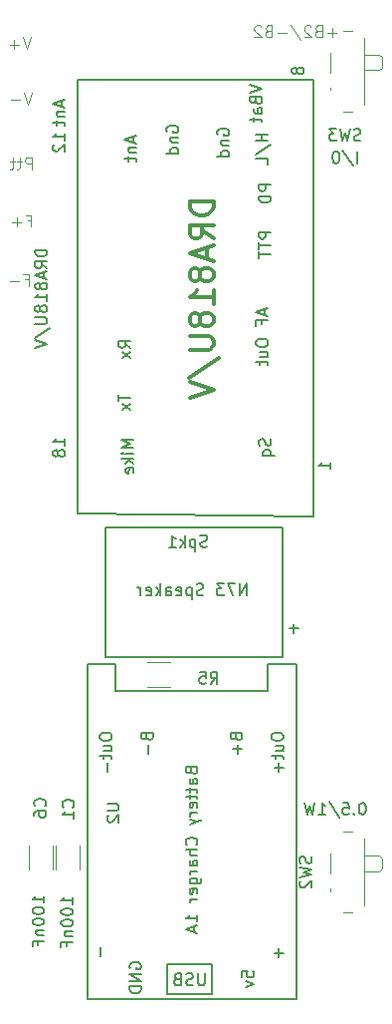
<source format=gbo>
G04 #@! TF.FileFunction,Legend,Bot*
%FSLAX46Y46*%
G04 Gerber Fmt 4.6, Leading zero omitted, Abs format (unit mm)*
G04 Created by KiCad (PCBNEW 4.0.4-stable) date 08/15/17 20:15:11*
%MOMM*%
%LPD*%
G01*
G04 APERTURE LIST*
%ADD10C,0.100000*%
%ADD11C,0.150000*%
%ADD12C,0.120000*%
%ADD13C,0.300000*%
G04 APERTURE END LIST*
D10*
X117876190Y-89428571D02*
X118209524Y-89428571D01*
X118209524Y-89952381D02*
X118209524Y-88952381D01*
X117733333Y-88952381D01*
X117352381Y-89571429D02*
X116590476Y-89571429D01*
X118076190Y-84428571D02*
X118409524Y-84428571D01*
X118409524Y-84952381D02*
X118409524Y-83952381D01*
X117933333Y-83952381D01*
X117552381Y-84571429D02*
X116790476Y-84571429D01*
X117171428Y-84952381D02*
X117171428Y-84190476D01*
X118433334Y-80052381D02*
X118433334Y-79052381D01*
X118052381Y-79052381D01*
X117957143Y-79100000D01*
X117909524Y-79147619D01*
X117861905Y-79242857D01*
X117861905Y-79385714D01*
X117909524Y-79480952D01*
X117957143Y-79528571D01*
X118052381Y-79576190D01*
X118433334Y-79576190D01*
X117576191Y-79385714D02*
X117195239Y-79385714D01*
X117433334Y-79052381D02*
X117433334Y-79909524D01*
X117385715Y-80004762D01*
X117290477Y-80052381D01*
X117195239Y-80052381D01*
X117004762Y-79385714D02*
X116623810Y-79385714D01*
X116861905Y-79052381D02*
X116861905Y-79909524D01*
X116814286Y-80004762D01*
X116719048Y-80052381D01*
X116623810Y-80052381D01*
X118452381Y-73552381D02*
X118119048Y-74552381D01*
X117785714Y-73552381D01*
X117452381Y-74171429D02*
X116690476Y-74171429D01*
X118352381Y-68852381D02*
X118019048Y-69852381D01*
X117685714Y-68852381D01*
X117352381Y-69471429D02*
X116590476Y-69471429D01*
X116971428Y-69852381D02*
X116971428Y-69090476D01*
D11*
X146633333Y-133852381D02*
X146538094Y-133852381D01*
X146442856Y-133900000D01*
X146395237Y-133947619D01*
X146347618Y-134042857D01*
X146299999Y-134233333D01*
X146299999Y-134471429D01*
X146347618Y-134661905D01*
X146395237Y-134757143D01*
X146442856Y-134804762D01*
X146538094Y-134852381D01*
X146633333Y-134852381D01*
X146728571Y-134804762D01*
X146776190Y-134757143D01*
X146823809Y-134661905D01*
X146871428Y-134471429D01*
X146871428Y-134233333D01*
X146823809Y-134042857D01*
X146776190Y-133947619D01*
X146728571Y-133900000D01*
X146633333Y-133852381D01*
X145871428Y-134757143D02*
X145823809Y-134804762D01*
X145871428Y-134852381D01*
X145919047Y-134804762D01*
X145871428Y-134757143D01*
X145871428Y-134852381D01*
X144919047Y-133852381D02*
X145395238Y-133852381D01*
X145442857Y-134328571D01*
X145395238Y-134280952D01*
X145300000Y-134233333D01*
X145061904Y-134233333D01*
X144966666Y-134280952D01*
X144919047Y-134328571D01*
X144871428Y-134423810D01*
X144871428Y-134661905D01*
X144919047Y-134757143D01*
X144966666Y-134804762D01*
X145061904Y-134852381D01*
X145300000Y-134852381D01*
X145395238Y-134804762D01*
X145442857Y-134757143D01*
X143728571Y-133804762D02*
X144585714Y-135090476D01*
X142871428Y-134852381D02*
X143442857Y-134852381D01*
X143157143Y-134852381D02*
X143157143Y-133852381D01*
X143252381Y-133995238D01*
X143347619Y-134090476D01*
X143442857Y-134138095D01*
X142538095Y-133852381D02*
X142300000Y-134852381D01*
X142109523Y-134138095D01*
X141919047Y-134852381D01*
X141680952Y-133852381D01*
X146100000Y-79552381D02*
X146100000Y-78552381D01*
X144909524Y-78504762D02*
X145766667Y-79790476D01*
X144385715Y-78552381D02*
X144290476Y-78552381D01*
X144195238Y-78600000D01*
X144147619Y-78647619D01*
X144100000Y-78742857D01*
X144052381Y-78933333D01*
X144052381Y-79171429D01*
X144100000Y-79361905D01*
X144147619Y-79457143D01*
X144195238Y-79504762D01*
X144290476Y-79552381D01*
X144385715Y-79552381D01*
X144480953Y-79504762D01*
X144528572Y-79457143D01*
X144576191Y-79361905D01*
X144623810Y-79171429D01*
X144623810Y-78933333D01*
X144576191Y-78742857D01*
X144528572Y-78647619D01*
X144480953Y-78600000D01*
X144385715Y-78552381D01*
D10*
X144376190Y-68471429D02*
X143614285Y-68471429D01*
X143995237Y-68852381D02*
X143995237Y-68090476D01*
X142804761Y-68328571D02*
X142661904Y-68376190D01*
X142614285Y-68423810D01*
X142566666Y-68519048D01*
X142566666Y-68661905D01*
X142614285Y-68757143D01*
X142661904Y-68804762D01*
X142757142Y-68852381D01*
X143138095Y-68852381D01*
X143138095Y-67852381D01*
X142804761Y-67852381D01*
X142709523Y-67900000D01*
X142661904Y-67947619D01*
X142614285Y-68042857D01*
X142614285Y-68138095D01*
X142661904Y-68233333D01*
X142709523Y-68280952D01*
X142804761Y-68328571D01*
X143138095Y-68328571D01*
X142185714Y-67947619D02*
X142138095Y-67900000D01*
X142042857Y-67852381D01*
X141804761Y-67852381D01*
X141709523Y-67900000D01*
X141661904Y-67947619D01*
X141614285Y-68042857D01*
X141614285Y-68138095D01*
X141661904Y-68280952D01*
X142233333Y-68852381D01*
X141614285Y-68852381D01*
X140471428Y-67804762D02*
X141328571Y-69090476D01*
X140138095Y-68471429D02*
X139376190Y-68471429D01*
X138566666Y-68328571D02*
X138423809Y-68376190D01*
X138376190Y-68423810D01*
X138328571Y-68519048D01*
X138328571Y-68661905D01*
X138376190Y-68757143D01*
X138423809Y-68804762D01*
X138519047Y-68852381D01*
X138900000Y-68852381D01*
X138900000Y-67852381D01*
X138566666Y-67852381D01*
X138471428Y-67900000D01*
X138423809Y-67947619D01*
X138376190Y-68042857D01*
X138376190Y-68138095D01*
X138423809Y-68233333D01*
X138471428Y-68280952D01*
X138566666Y-68328571D01*
X138900000Y-68328571D01*
X137947619Y-67947619D02*
X137900000Y-67900000D01*
X137804762Y-67852381D01*
X137566666Y-67852381D01*
X137471428Y-67900000D01*
X137423809Y-67947619D01*
X137376190Y-68042857D01*
X137376190Y-68138095D01*
X137423809Y-68280952D01*
X137995238Y-68852381D01*
X137376190Y-68852381D01*
D12*
X122520000Y-137500000D02*
X122520000Y-139500000D01*
X120480000Y-139500000D02*
X120480000Y-137500000D01*
X120270000Y-137500000D02*
X120270000Y-139500000D01*
X118230000Y-139500000D02*
X118230000Y-137500000D01*
D11*
X142406000Y-109542000D02*
X142406000Y-72458000D01*
X142406000Y-72458000D02*
X122340000Y-72458000D01*
X122340000Y-72458000D02*
X122340000Y-109288000D01*
X122340000Y-109288000D02*
X142406000Y-109542000D01*
D12*
X130250000Y-121930000D02*
X128250000Y-121930000D01*
X128250000Y-124070000D02*
X130250000Y-124070000D01*
D11*
X124750000Y-110500000D02*
X139750000Y-110500000D01*
X139750000Y-110500000D02*
X139750000Y-121500000D01*
X139750000Y-121500000D02*
X124750000Y-121500000D01*
X124750000Y-121500000D02*
X124750000Y-110500000D01*
D12*
X143880000Y-141150000D02*
X143880000Y-141350000D01*
X148020000Y-138350000D02*
X148230000Y-138550000D01*
X148020000Y-139650000D02*
X148230000Y-139450000D01*
X146730000Y-138350000D02*
X148020000Y-138350000D01*
X148230000Y-138550000D02*
X148230000Y-139450000D01*
X148020000Y-139650000D02*
X146730000Y-139650000D01*
X146730000Y-136900000D02*
X146730000Y-142600000D01*
X143880000Y-138150000D02*
X143880000Y-139850000D01*
X144930000Y-136300000D02*
X145720000Y-136300000D01*
X145720000Y-143200000D02*
X144930000Y-143200000D01*
X143880000Y-73150000D02*
X143880000Y-73350000D01*
X148020000Y-70350000D02*
X148230000Y-70550000D01*
X148020000Y-71650000D02*
X148230000Y-71450000D01*
X146730000Y-70350000D02*
X148020000Y-70350000D01*
X148230000Y-70550000D02*
X148230000Y-71450000D01*
X148020000Y-71650000D02*
X146730000Y-71650000D01*
X146730000Y-68900000D02*
X146730000Y-74600000D01*
X143880000Y-70150000D02*
X143880000Y-71850000D01*
X144930000Y-68300000D02*
X145720000Y-68300000D01*
X145720000Y-75200000D02*
X144930000Y-75200000D01*
D11*
X138500000Y-124400000D02*
X125600000Y-124400000D01*
X125600000Y-124400000D02*
X125600000Y-124100000D01*
X125600000Y-124200000D02*
X125600000Y-122100000D01*
X125600000Y-122100000D02*
X125300000Y-122100000D01*
X141000000Y-124200000D02*
X141000000Y-122100000D01*
X141000000Y-122100000D02*
X138500000Y-122100000D01*
X138500000Y-122100000D02*
X138500000Y-124400000D01*
X125300000Y-122100000D02*
X123200000Y-122100000D01*
X123200000Y-122100000D02*
X123200000Y-150500000D01*
X123200000Y-150500000D02*
X141000000Y-150500000D01*
X133800000Y-150100000D02*
X133800000Y-147600000D01*
X133800000Y-147600000D02*
X130000000Y-147600000D01*
X130000000Y-147600000D02*
X130000000Y-150100000D01*
X130000000Y-150100000D02*
X133700000Y-150100000D01*
X141000000Y-150500000D02*
X141000000Y-124200000D01*
X121957143Y-134233334D02*
X122004762Y-134185715D01*
X122052381Y-134042858D01*
X122052381Y-133947620D01*
X122004762Y-133804762D01*
X121909524Y-133709524D01*
X121814286Y-133661905D01*
X121623810Y-133614286D01*
X121480952Y-133614286D01*
X121290476Y-133661905D01*
X121195238Y-133709524D01*
X121100000Y-133804762D01*
X121052381Y-133947620D01*
X121052381Y-134042858D01*
X121100000Y-134185715D01*
X121147619Y-134233334D01*
X122052381Y-135185715D02*
X122052381Y-134614286D01*
X122052381Y-134900000D02*
X121052381Y-134900000D01*
X121195238Y-134804762D01*
X121290476Y-134709524D01*
X121338095Y-134614286D01*
X121952381Y-142452381D02*
X121952381Y-141880952D01*
X121952381Y-142166666D02*
X120952381Y-142166666D01*
X121095238Y-142071428D01*
X121190476Y-141976190D01*
X121238095Y-141880952D01*
X120952381Y-143071428D02*
X120952381Y-143166667D01*
X121000000Y-143261905D01*
X121047619Y-143309524D01*
X121142857Y-143357143D01*
X121333333Y-143404762D01*
X121571429Y-143404762D01*
X121761905Y-143357143D01*
X121857143Y-143309524D01*
X121904762Y-143261905D01*
X121952381Y-143166667D01*
X121952381Y-143071428D01*
X121904762Y-142976190D01*
X121857143Y-142928571D01*
X121761905Y-142880952D01*
X121571429Y-142833333D01*
X121333333Y-142833333D01*
X121142857Y-142880952D01*
X121047619Y-142928571D01*
X121000000Y-142976190D01*
X120952381Y-143071428D01*
X120952381Y-144023809D02*
X120952381Y-144119048D01*
X121000000Y-144214286D01*
X121047619Y-144261905D01*
X121142857Y-144309524D01*
X121333333Y-144357143D01*
X121571429Y-144357143D01*
X121761905Y-144309524D01*
X121857143Y-144261905D01*
X121904762Y-144214286D01*
X121952381Y-144119048D01*
X121952381Y-144023809D01*
X121904762Y-143928571D01*
X121857143Y-143880952D01*
X121761905Y-143833333D01*
X121571429Y-143785714D01*
X121333333Y-143785714D01*
X121142857Y-143833333D01*
X121047619Y-143880952D01*
X121000000Y-143928571D01*
X120952381Y-144023809D01*
X121285714Y-144785714D02*
X121952381Y-144785714D01*
X121380952Y-144785714D02*
X121333333Y-144833333D01*
X121285714Y-144928571D01*
X121285714Y-145071429D01*
X121333333Y-145166667D01*
X121428571Y-145214286D01*
X121952381Y-145214286D01*
X121428571Y-146023810D02*
X121428571Y-145690476D01*
X121952381Y-145690476D02*
X120952381Y-145690476D01*
X120952381Y-146166667D01*
X119557143Y-134133334D02*
X119604762Y-134085715D01*
X119652381Y-133942858D01*
X119652381Y-133847620D01*
X119604762Y-133704762D01*
X119509524Y-133609524D01*
X119414286Y-133561905D01*
X119223810Y-133514286D01*
X119080952Y-133514286D01*
X118890476Y-133561905D01*
X118795238Y-133609524D01*
X118700000Y-133704762D01*
X118652381Y-133847620D01*
X118652381Y-133942858D01*
X118700000Y-134085715D01*
X118747619Y-134133334D01*
X118652381Y-134990477D02*
X118652381Y-134800000D01*
X118700000Y-134704762D01*
X118747619Y-134657143D01*
X118890476Y-134561905D01*
X119080952Y-134514286D01*
X119461905Y-134514286D01*
X119557143Y-134561905D01*
X119604762Y-134609524D01*
X119652381Y-134704762D01*
X119652381Y-134895239D01*
X119604762Y-134990477D01*
X119557143Y-135038096D01*
X119461905Y-135085715D01*
X119223810Y-135085715D01*
X119128571Y-135038096D01*
X119080952Y-134990477D01*
X119033333Y-134895239D01*
X119033333Y-134704762D01*
X119080952Y-134609524D01*
X119128571Y-134561905D01*
X119223810Y-134514286D01*
X119502381Y-142352381D02*
X119502381Y-141780952D01*
X119502381Y-142066666D02*
X118502381Y-142066666D01*
X118645238Y-141971428D01*
X118740476Y-141876190D01*
X118788095Y-141780952D01*
X118502381Y-142971428D02*
X118502381Y-143066667D01*
X118550000Y-143161905D01*
X118597619Y-143209524D01*
X118692857Y-143257143D01*
X118883333Y-143304762D01*
X119121429Y-143304762D01*
X119311905Y-143257143D01*
X119407143Y-143209524D01*
X119454762Y-143161905D01*
X119502381Y-143066667D01*
X119502381Y-142971428D01*
X119454762Y-142876190D01*
X119407143Y-142828571D01*
X119311905Y-142780952D01*
X119121429Y-142733333D01*
X118883333Y-142733333D01*
X118692857Y-142780952D01*
X118597619Y-142828571D01*
X118550000Y-142876190D01*
X118502381Y-142971428D01*
X118502381Y-143923809D02*
X118502381Y-144019048D01*
X118550000Y-144114286D01*
X118597619Y-144161905D01*
X118692857Y-144209524D01*
X118883333Y-144257143D01*
X119121429Y-144257143D01*
X119311905Y-144209524D01*
X119407143Y-144161905D01*
X119454762Y-144114286D01*
X119502381Y-144019048D01*
X119502381Y-143923809D01*
X119454762Y-143828571D01*
X119407143Y-143780952D01*
X119311905Y-143733333D01*
X119121429Y-143685714D01*
X118883333Y-143685714D01*
X118692857Y-143733333D01*
X118597619Y-143780952D01*
X118550000Y-143828571D01*
X118502381Y-143923809D01*
X118835714Y-144685714D02*
X119502381Y-144685714D01*
X118930952Y-144685714D02*
X118883333Y-144733333D01*
X118835714Y-144828571D01*
X118835714Y-144971429D01*
X118883333Y-145066667D01*
X118978571Y-145114286D01*
X119502381Y-145114286D01*
X118978571Y-145923810D02*
X118978571Y-145590476D01*
X119502381Y-145590476D02*
X118502381Y-145590476D01*
X118502381Y-146066667D01*
X120982667Y-74275809D02*
X120982667Y-74752000D01*
X121268381Y-74180571D02*
X120268381Y-74513904D01*
X121268381Y-74847238D01*
X120601714Y-75180571D02*
X121268381Y-75180571D01*
X120696952Y-75180571D02*
X120649333Y-75228190D01*
X120601714Y-75323428D01*
X120601714Y-75466286D01*
X120649333Y-75561524D01*
X120744571Y-75609143D01*
X121268381Y-75609143D01*
X120601714Y-75942476D02*
X120601714Y-76323428D01*
X120268381Y-76085333D02*
X121125524Y-76085333D01*
X121220762Y-76132952D01*
X121268381Y-76228190D01*
X121268381Y-76323428D01*
X119744381Y-86904762D02*
X118744381Y-86904762D01*
X118744381Y-87142857D01*
X118792000Y-87285715D01*
X118887238Y-87380953D01*
X118982476Y-87428572D01*
X119172952Y-87476191D01*
X119315810Y-87476191D01*
X119506286Y-87428572D01*
X119601524Y-87380953D01*
X119696762Y-87285715D01*
X119744381Y-87142857D01*
X119744381Y-86904762D01*
X119744381Y-88476191D02*
X119268190Y-88142857D01*
X119744381Y-87904762D02*
X118744381Y-87904762D01*
X118744381Y-88285715D01*
X118792000Y-88380953D01*
X118839619Y-88428572D01*
X118934857Y-88476191D01*
X119077714Y-88476191D01*
X119172952Y-88428572D01*
X119220571Y-88380953D01*
X119268190Y-88285715D01*
X119268190Y-87904762D01*
X119458667Y-88857143D02*
X119458667Y-89333334D01*
X119744381Y-88761905D02*
X118744381Y-89095238D01*
X119744381Y-89428572D01*
X119172952Y-89904762D02*
X119125333Y-89809524D01*
X119077714Y-89761905D01*
X118982476Y-89714286D01*
X118934857Y-89714286D01*
X118839619Y-89761905D01*
X118792000Y-89809524D01*
X118744381Y-89904762D01*
X118744381Y-90095239D01*
X118792000Y-90190477D01*
X118839619Y-90238096D01*
X118934857Y-90285715D01*
X118982476Y-90285715D01*
X119077714Y-90238096D01*
X119125333Y-90190477D01*
X119172952Y-90095239D01*
X119172952Y-89904762D01*
X119220571Y-89809524D01*
X119268190Y-89761905D01*
X119363429Y-89714286D01*
X119553905Y-89714286D01*
X119649143Y-89761905D01*
X119696762Y-89809524D01*
X119744381Y-89904762D01*
X119744381Y-90095239D01*
X119696762Y-90190477D01*
X119649143Y-90238096D01*
X119553905Y-90285715D01*
X119363429Y-90285715D01*
X119268190Y-90238096D01*
X119220571Y-90190477D01*
X119172952Y-90095239D01*
X119744381Y-91238096D02*
X119744381Y-90666667D01*
X119744381Y-90952381D02*
X118744381Y-90952381D01*
X118887238Y-90857143D01*
X118982476Y-90761905D01*
X119030095Y-90666667D01*
X119172952Y-91809524D02*
X119125333Y-91714286D01*
X119077714Y-91666667D01*
X118982476Y-91619048D01*
X118934857Y-91619048D01*
X118839619Y-91666667D01*
X118792000Y-91714286D01*
X118744381Y-91809524D01*
X118744381Y-92000001D01*
X118792000Y-92095239D01*
X118839619Y-92142858D01*
X118934857Y-92190477D01*
X118982476Y-92190477D01*
X119077714Y-92142858D01*
X119125333Y-92095239D01*
X119172952Y-92000001D01*
X119172952Y-91809524D01*
X119220571Y-91714286D01*
X119268190Y-91666667D01*
X119363429Y-91619048D01*
X119553905Y-91619048D01*
X119649143Y-91666667D01*
X119696762Y-91714286D01*
X119744381Y-91809524D01*
X119744381Y-92000001D01*
X119696762Y-92095239D01*
X119649143Y-92142858D01*
X119553905Y-92190477D01*
X119363429Y-92190477D01*
X119268190Y-92142858D01*
X119220571Y-92095239D01*
X119172952Y-92000001D01*
X118744381Y-92619048D02*
X119553905Y-92619048D01*
X119649143Y-92666667D01*
X119696762Y-92714286D01*
X119744381Y-92809524D01*
X119744381Y-93000001D01*
X119696762Y-93095239D01*
X119649143Y-93142858D01*
X119553905Y-93190477D01*
X118744381Y-93190477D01*
X118696762Y-94380953D02*
X119982476Y-93523810D01*
X118744381Y-94571429D02*
X119744381Y-94904762D01*
X118744381Y-95238096D01*
X138746762Y-102961905D02*
X138794381Y-103104762D01*
X138794381Y-103342858D01*
X138746762Y-103438096D01*
X138699143Y-103485715D01*
X138603905Y-103533334D01*
X138508667Y-103533334D01*
X138413429Y-103485715D01*
X138365810Y-103438096D01*
X138318190Y-103342858D01*
X138270571Y-103152381D01*
X138222952Y-103057143D01*
X138175333Y-103009524D01*
X138080095Y-102961905D01*
X137984857Y-102961905D01*
X137889619Y-103009524D01*
X137842000Y-103057143D01*
X137794381Y-103152381D01*
X137794381Y-103390477D01*
X137842000Y-103533334D01*
X138127714Y-104390477D02*
X139127714Y-104390477D01*
X138746762Y-104390477D02*
X138794381Y-104295239D01*
X138794381Y-104104762D01*
X138746762Y-104009524D01*
X138699143Y-103961905D01*
X138603905Y-103914286D01*
X138318190Y-103914286D01*
X138222952Y-103961905D01*
X138175333Y-104009524D01*
X138127714Y-104104762D01*
X138127714Y-104295239D01*
X138175333Y-104390477D01*
X138254667Y-91992476D02*
X138254667Y-92468667D01*
X138540381Y-91897238D02*
X137540381Y-92230571D01*
X138540381Y-92563905D01*
X138016571Y-93230572D02*
X138016571Y-92897238D01*
X138540381Y-92897238D02*
X137540381Y-92897238D01*
X137540381Y-93373429D01*
X137540381Y-94706762D02*
X137540381Y-94897239D01*
X137588000Y-94992477D01*
X137683238Y-95087715D01*
X137873714Y-95135334D01*
X138207048Y-95135334D01*
X138397524Y-95087715D01*
X138492762Y-94992477D01*
X138540381Y-94897239D01*
X138540381Y-94706762D01*
X138492762Y-94611524D01*
X138397524Y-94516286D01*
X138207048Y-94468667D01*
X137873714Y-94468667D01*
X137683238Y-94516286D01*
X137588000Y-94611524D01*
X137540381Y-94706762D01*
X137873714Y-95992477D02*
X138540381Y-95992477D01*
X137873714Y-95563905D02*
X138397524Y-95563905D01*
X138492762Y-95611524D01*
X138540381Y-95706762D01*
X138540381Y-95849620D01*
X138492762Y-95944858D01*
X138445143Y-95992477D01*
X137873714Y-96325810D02*
X137873714Y-96706762D01*
X137540381Y-96468667D02*
X138397524Y-96468667D01*
X138492762Y-96516286D01*
X138540381Y-96611524D01*
X138540381Y-96706762D01*
X138794381Y-85404190D02*
X137794381Y-85404190D01*
X137794381Y-85785143D01*
X137842000Y-85880381D01*
X137889619Y-85928000D01*
X137984857Y-85975619D01*
X138127714Y-85975619D01*
X138222952Y-85928000D01*
X138270571Y-85880381D01*
X138318190Y-85785143D01*
X138318190Y-85404190D01*
X137794381Y-86261333D02*
X137794381Y-86832762D01*
X138794381Y-86547047D02*
X137794381Y-86547047D01*
X137794381Y-87023238D02*
X137794381Y-87594667D01*
X138794381Y-87308952D02*
X137794381Y-87308952D01*
X138794381Y-81348095D02*
X137794381Y-81348095D01*
X137794381Y-81729048D01*
X137842000Y-81824286D01*
X137889619Y-81871905D01*
X137984857Y-81919524D01*
X138127714Y-81919524D01*
X138222952Y-81871905D01*
X138270571Y-81824286D01*
X138318190Y-81729048D01*
X138318190Y-81348095D01*
X138794381Y-82348095D02*
X137794381Y-82348095D01*
X137794381Y-82586190D01*
X137842000Y-82729048D01*
X137937238Y-82824286D01*
X138032476Y-82871905D01*
X138222952Y-82919524D01*
X138365810Y-82919524D01*
X138556286Y-82871905D01*
X138651524Y-82824286D01*
X138746762Y-82729048D01*
X138794381Y-82586190D01*
X138794381Y-82348095D01*
X138540381Y-77085714D02*
X137540381Y-77085714D01*
X138016571Y-77085714D02*
X138016571Y-77657143D01*
X138540381Y-77657143D02*
X137540381Y-77657143D01*
X137492762Y-78847619D02*
X138778476Y-77990476D01*
X138540381Y-79657143D02*
X138540381Y-79180952D01*
X137540381Y-79180952D01*
X137032381Y-72918571D02*
X138032381Y-73251904D01*
X137032381Y-73585238D01*
X137508571Y-74251905D02*
X137556190Y-74394762D01*
X137603810Y-74442381D01*
X137699048Y-74490000D01*
X137841905Y-74490000D01*
X137937143Y-74442381D01*
X137984762Y-74394762D01*
X138032381Y-74299524D01*
X138032381Y-73918571D01*
X137032381Y-73918571D01*
X137032381Y-74251905D01*
X137080000Y-74347143D01*
X137127619Y-74394762D01*
X137222857Y-74442381D01*
X137318095Y-74442381D01*
X137413333Y-74394762D01*
X137460952Y-74347143D01*
X137508571Y-74251905D01*
X137508571Y-73918571D01*
X138032381Y-75347143D02*
X137508571Y-75347143D01*
X137413333Y-75299524D01*
X137365714Y-75204286D01*
X137365714Y-75013809D01*
X137413333Y-74918571D01*
X137984762Y-75347143D02*
X138032381Y-75251905D01*
X138032381Y-75013809D01*
X137984762Y-74918571D01*
X137889524Y-74870952D01*
X137794286Y-74870952D01*
X137699048Y-74918571D01*
X137651429Y-75013809D01*
X137651429Y-75251905D01*
X137603810Y-75347143D01*
X137365714Y-75680476D02*
X137365714Y-76061428D01*
X137032381Y-75823333D02*
X137889524Y-75823333D01*
X137984762Y-75870952D01*
X138032381Y-75966190D01*
X138032381Y-76061428D01*
X129968000Y-76895143D02*
X129920381Y-76799905D01*
X129920381Y-76657048D01*
X129968000Y-76514190D01*
X130063238Y-76418952D01*
X130158476Y-76371333D01*
X130348952Y-76323714D01*
X130491810Y-76323714D01*
X130682286Y-76371333D01*
X130777524Y-76418952D01*
X130872762Y-76514190D01*
X130920381Y-76657048D01*
X130920381Y-76752286D01*
X130872762Y-76895143D01*
X130825143Y-76942762D01*
X130491810Y-76942762D01*
X130491810Y-76752286D01*
X130253714Y-77371333D02*
X130920381Y-77371333D01*
X130348952Y-77371333D02*
X130301333Y-77418952D01*
X130253714Y-77514190D01*
X130253714Y-77657048D01*
X130301333Y-77752286D01*
X130396571Y-77799905D01*
X130920381Y-77799905D01*
X130920381Y-78704667D02*
X129920381Y-78704667D01*
X130872762Y-78704667D02*
X130920381Y-78609429D01*
X130920381Y-78418952D01*
X130872762Y-78323714D01*
X130825143Y-78276095D01*
X130729905Y-78228476D01*
X130444190Y-78228476D01*
X130348952Y-78276095D01*
X130301333Y-78323714D01*
X130253714Y-78418952D01*
X130253714Y-78609429D01*
X130301333Y-78704667D01*
X134286000Y-77149143D02*
X134238381Y-77053905D01*
X134238381Y-76911048D01*
X134286000Y-76768190D01*
X134381238Y-76672952D01*
X134476476Y-76625333D01*
X134666952Y-76577714D01*
X134809810Y-76577714D01*
X135000286Y-76625333D01*
X135095524Y-76672952D01*
X135190762Y-76768190D01*
X135238381Y-76911048D01*
X135238381Y-77006286D01*
X135190762Y-77149143D01*
X135143143Y-77196762D01*
X134809810Y-77196762D01*
X134809810Y-77006286D01*
X134571714Y-77625333D02*
X135238381Y-77625333D01*
X134666952Y-77625333D02*
X134619333Y-77672952D01*
X134571714Y-77768190D01*
X134571714Y-77911048D01*
X134619333Y-78006286D01*
X134714571Y-78053905D01*
X135238381Y-78053905D01*
X135238381Y-78958667D02*
X134238381Y-78958667D01*
X135190762Y-78958667D02*
X135238381Y-78863429D01*
X135238381Y-78672952D01*
X135190762Y-78577714D01*
X135143143Y-78530095D01*
X135047905Y-78482476D01*
X134762190Y-78482476D01*
X134666952Y-78530095D01*
X134619333Y-78577714D01*
X134571714Y-78672952D01*
X134571714Y-78863429D01*
X134619333Y-78958667D01*
X127078667Y-77323809D02*
X127078667Y-77800000D01*
X127364381Y-77228571D02*
X126364381Y-77561904D01*
X127364381Y-77895238D01*
X126697714Y-78228571D02*
X127364381Y-78228571D01*
X126792952Y-78228571D02*
X126745333Y-78276190D01*
X126697714Y-78371428D01*
X126697714Y-78514286D01*
X126745333Y-78609524D01*
X126840571Y-78657143D01*
X127364381Y-78657143D01*
X126697714Y-78990476D02*
X126697714Y-79371428D01*
X126364381Y-79133333D02*
X127221524Y-79133333D01*
X127316762Y-79180952D01*
X127364381Y-79276190D01*
X127364381Y-79371428D01*
X127110381Y-103057238D02*
X126110381Y-103057238D01*
X126824667Y-103390572D01*
X126110381Y-103723905D01*
X127110381Y-103723905D01*
X127110381Y-104200095D02*
X126443714Y-104200095D01*
X126110381Y-104200095D02*
X126158000Y-104152476D01*
X126205619Y-104200095D01*
X126158000Y-104247714D01*
X126110381Y-104200095D01*
X126205619Y-104200095D01*
X127110381Y-104676285D02*
X126110381Y-104676285D01*
X126729429Y-104771523D02*
X127110381Y-105057238D01*
X126443714Y-105057238D02*
X126824667Y-104676285D01*
X127062762Y-105866762D02*
X127110381Y-105771524D01*
X127110381Y-105581047D01*
X127062762Y-105485809D01*
X126967524Y-105438190D01*
X126586571Y-105438190D01*
X126491333Y-105485809D01*
X126443714Y-105581047D01*
X126443714Y-105771524D01*
X126491333Y-105866762D01*
X126586571Y-105914381D01*
X126681810Y-105914381D01*
X126777048Y-105438190D01*
X125856381Y-99199524D02*
X125856381Y-99770953D01*
X126856381Y-99485238D02*
X125856381Y-99485238D01*
X126856381Y-100009048D02*
X126189714Y-100532858D01*
X126189714Y-100009048D02*
X126856381Y-100532858D01*
X126856381Y-95222762D02*
X126380190Y-94889428D01*
X126856381Y-94651333D02*
X125856381Y-94651333D01*
X125856381Y-95032286D01*
X125904000Y-95127524D01*
X125951619Y-95175143D01*
X126046857Y-95222762D01*
X126189714Y-95222762D01*
X126284952Y-95175143D01*
X126332571Y-95127524D01*
X126380190Y-95032286D01*
X126380190Y-94651333D01*
X126856381Y-95556095D02*
X126189714Y-96079905D01*
X126189714Y-95556095D02*
X126856381Y-96079905D01*
X121268381Y-103509524D02*
X121268381Y-102938095D01*
X121268381Y-103223809D02*
X120268381Y-103223809D01*
X120411238Y-103128571D01*
X120506476Y-103033333D01*
X120554095Y-102938095D01*
X120696952Y-104080952D02*
X120649333Y-103985714D01*
X120601714Y-103938095D01*
X120506476Y-103890476D01*
X120458857Y-103890476D01*
X120363619Y-103938095D01*
X120316000Y-103985714D01*
X120268381Y-104080952D01*
X120268381Y-104271429D01*
X120316000Y-104366667D01*
X120363619Y-104414286D01*
X120458857Y-104461905D01*
X120506476Y-104461905D01*
X120601714Y-104414286D01*
X120649333Y-104366667D01*
X120696952Y-104271429D01*
X120696952Y-104080952D01*
X120744571Y-103985714D01*
X120792190Y-103938095D01*
X120887429Y-103890476D01*
X121077905Y-103890476D01*
X121173143Y-103938095D01*
X121220762Y-103985714D01*
X121268381Y-104080952D01*
X121268381Y-104271429D01*
X121220762Y-104366667D01*
X121173143Y-104414286D01*
X121077905Y-104461905D01*
X120887429Y-104461905D01*
X120792190Y-104414286D01*
X120744571Y-104366667D01*
X120696952Y-104271429D01*
X121268381Y-77601524D02*
X121268381Y-77030095D01*
X121268381Y-77315809D02*
X120268381Y-77315809D01*
X120411238Y-77220571D01*
X120506476Y-77125333D01*
X120554095Y-77030095D01*
X120363619Y-77982476D02*
X120316000Y-78030095D01*
X120268381Y-78125333D01*
X120268381Y-78363429D01*
X120316000Y-78458667D01*
X120363619Y-78506286D01*
X120458857Y-78553905D01*
X120554095Y-78553905D01*
X120696952Y-78506286D01*
X121268381Y-77934857D01*
X121268381Y-78553905D01*
X141016952Y-71600762D02*
X140969333Y-71505524D01*
X140921714Y-71457905D01*
X140826476Y-71410286D01*
X140778857Y-71410286D01*
X140683619Y-71457905D01*
X140636000Y-71505524D01*
X140588381Y-71600762D01*
X140588381Y-71791239D01*
X140636000Y-71886477D01*
X140683619Y-71934096D01*
X140778857Y-71981715D01*
X140826476Y-71981715D01*
X140921714Y-71934096D01*
X140969333Y-71886477D01*
X141016952Y-71791239D01*
X141016952Y-71600762D01*
X141064571Y-71505524D01*
X141112190Y-71457905D01*
X141207429Y-71410286D01*
X141397905Y-71410286D01*
X141493143Y-71457905D01*
X141540762Y-71505524D01*
X141588381Y-71600762D01*
X141588381Y-71791239D01*
X141540762Y-71886477D01*
X141493143Y-71934096D01*
X141397905Y-71981715D01*
X141207429Y-71981715D01*
X141112190Y-71934096D01*
X141064571Y-71886477D01*
X141016952Y-71791239D01*
X143874381Y-105509715D02*
X143874381Y-104938286D01*
X143874381Y-105224000D02*
X142874381Y-105224000D01*
X143017238Y-105128762D01*
X143112476Y-105033524D01*
X143160095Y-104938286D01*
D13*
X133912762Y-82809523D02*
X131912762Y-82809523D01*
X131912762Y-83285714D01*
X132008000Y-83571428D01*
X132198476Y-83761904D01*
X132388952Y-83857143D01*
X132769905Y-83952381D01*
X133055619Y-83952381D01*
X133436571Y-83857143D01*
X133627048Y-83761904D01*
X133817524Y-83571428D01*
X133912762Y-83285714D01*
X133912762Y-82809523D01*
X133912762Y-85952381D02*
X132960381Y-85285714D01*
X133912762Y-84809523D02*
X131912762Y-84809523D01*
X131912762Y-85571428D01*
X132008000Y-85761904D01*
X132103238Y-85857143D01*
X132293714Y-85952381D01*
X132579429Y-85952381D01*
X132769905Y-85857143D01*
X132865143Y-85761904D01*
X132960381Y-85571428D01*
X132960381Y-84809523D01*
X133341333Y-86714285D02*
X133341333Y-87666666D01*
X133912762Y-86523809D02*
X131912762Y-87190476D01*
X133912762Y-87857143D01*
X132769905Y-88809524D02*
X132674667Y-88619048D01*
X132579429Y-88523809D01*
X132388952Y-88428571D01*
X132293714Y-88428571D01*
X132103238Y-88523809D01*
X132008000Y-88619048D01*
X131912762Y-88809524D01*
X131912762Y-89190476D01*
X132008000Y-89380952D01*
X132103238Y-89476190D01*
X132293714Y-89571429D01*
X132388952Y-89571429D01*
X132579429Y-89476190D01*
X132674667Y-89380952D01*
X132769905Y-89190476D01*
X132769905Y-88809524D01*
X132865143Y-88619048D01*
X132960381Y-88523809D01*
X133150857Y-88428571D01*
X133531810Y-88428571D01*
X133722286Y-88523809D01*
X133817524Y-88619048D01*
X133912762Y-88809524D01*
X133912762Y-89190476D01*
X133817524Y-89380952D01*
X133722286Y-89476190D01*
X133531810Y-89571429D01*
X133150857Y-89571429D01*
X132960381Y-89476190D01*
X132865143Y-89380952D01*
X132769905Y-89190476D01*
X133912762Y-91476191D02*
X133912762Y-90333333D01*
X133912762Y-90904762D02*
X131912762Y-90904762D01*
X132198476Y-90714286D01*
X132388952Y-90523810D01*
X132484190Y-90333333D01*
X132769905Y-92619048D02*
X132674667Y-92428572D01*
X132579429Y-92333333D01*
X132388952Y-92238095D01*
X132293714Y-92238095D01*
X132103238Y-92333333D01*
X132008000Y-92428572D01*
X131912762Y-92619048D01*
X131912762Y-93000000D01*
X132008000Y-93190476D01*
X132103238Y-93285714D01*
X132293714Y-93380953D01*
X132388952Y-93380953D01*
X132579429Y-93285714D01*
X132674667Y-93190476D01*
X132769905Y-93000000D01*
X132769905Y-92619048D01*
X132865143Y-92428572D01*
X132960381Y-92333333D01*
X133150857Y-92238095D01*
X133531810Y-92238095D01*
X133722286Y-92333333D01*
X133817524Y-92428572D01*
X133912762Y-92619048D01*
X133912762Y-93000000D01*
X133817524Y-93190476D01*
X133722286Y-93285714D01*
X133531810Y-93380953D01*
X133150857Y-93380953D01*
X132960381Y-93285714D01*
X132865143Y-93190476D01*
X132769905Y-93000000D01*
X131912762Y-94238095D02*
X133531810Y-94238095D01*
X133722286Y-94333334D01*
X133817524Y-94428572D01*
X133912762Y-94619048D01*
X133912762Y-95000000D01*
X133817524Y-95190476D01*
X133722286Y-95285715D01*
X133531810Y-95380953D01*
X131912762Y-95380953D01*
X131817524Y-97761905D02*
X134388952Y-96047619D01*
X131912762Y-98142857D02*
X133912762Y-98809524D01*
X131912762Y-99476191D01*
D11*
X133666666Y-123752381D02*
X134000000Y-123276190D01*
X134238095Y-123752381D02*
X134238095Y-122752381D01*
X133857142Y-122752381D01*
X133761904Y-122800000D01*
X133714285Y-122847619D01*
X133666666Y-122942857D01*
X133666666Y-123085714D01*
X133714285Y-123180952D01*
X133761904Y-123228571D01*
X133857142Y-123276190D01*
X134238095Y-123276190D01*
X132761904Y-122752381D02*
X133238095Y-122752381D01*
X133285714Y-123228571D01*
X133238095Y-123180952D01*
X133142857Y-123133333D01*
X132904761Y-123133333D01*
X132809523Y-123180952D01*
X132761904Y-123228571D01*
X132714285Y-123323810D01*
X132714285Y-123561905D01*
X132761904Y-123657143D01*
X132809523Y-123704762D01*
X132904761Y-123752381D01*
X133142857Y-123752381D01*
X133238095Y-123704762D01*
X133285714Y-123657143D01*
X133369048Y-112104762D02*
X133226191Y-112152381D01*
X132988095Y-112152381D01*
X132892857Y-112104762D01*
X132845238Y-112057143D01*
X132797619Y-111961905D01*
X132797619Y-111866667D01*
X132845238Y-111771429D01*
X132892857Y-111723810D01*
X132988095Y-111676190D01*
X133178572Y-111628571D01*
X133273810Y-111580952D01*
X133321429Y-111533333D01*
X133369048Y-111438095D01*
X133369048Y-111342857D01*
X133321429Y-111247619D01*
X133273810Y-111200000D01*
X133178572Y-111152381D01*
X132940476Y-111152381D01*
X132797619Y-111200000D01*
X132369048Y-111485714D02*
X132369048Y-112485714D01*
X132369048Y-111533333D02*
X132273810Y-111485714D01*
X132083333Y-111485714D01*
X131988095Y-111533333D01*
X131940476Y-111580952D01*
X131892857Y-111676190D01*
X131892857Y-111961905D01*
X131940476Y-112057143D01*
X131988095Y-112104762D01*
X132083333Y-112152381D01*
X132273810Y-112152381D01*
X132369048Y-112104762D01*
X131464286Y-112152381D02*
X131464286Y-111152381D01*
X131369048Y-111771429D02*
X131083333Y-112152381D01*
X131083333Y-111485714D02*
X131464286Y-111866667D01*
X130130952Y-112152381D02*
X130702381Y-112152381D01*
X130416667Y-112152381D02*
X130416667Y-111152381D01*
X130511905Y-111295238D01*
X130607143Y-111390476D01*
X130702381Y-111438095D01*
X136721429Y-116252381D02*
X136721429Y-115252381D01*
X136150000Y-116252381D01*
X136150000Y-115252381D01*
X135769048Y-115252381D02*
X135102381Y-115252381D01*
X135530953Y-116252381D01*
X134816667Y-115252381D02*
X134197619Y-115252381D01*
X134530953Y-115633333D01*
X134388095Y-115633333D01*
X134292857Y-115680952D01*
X134245238Y-115728571D01*
X134197619Y-115823810D01*
X134197619Y-116061905D01*
X134245238Y-116157143D01*
X134292857Y-116204762D01*
X134388095Y-116252381D01*
X134673810Y-116252381D01*
X134769048Y-116204762D01*
X134816667Y-116157143D01*
X133054762Y-116204762D02*
X132911905Y-116252381D01*
X132673809Y-116252381D01*
X132578571Y-116204762D01*
X132530952Y-116157143D01*
X132483333Y-116061905D01*
X132483333Y-115966667D01*
X132530952Y-115871429D01*
X132578571Y-115823810D01*
X132673809Y-115776190D01*
X132864286Y-115728571D01*
X132959524Y-115680952D01*
X133007143Y-115633333D01*
X133054762Y-115538095D01*
X133054762Y-115442857D01*
X133007143Y-115347619D01*
X132959524Y-115300000D01*
X132864286Y-115252381D01*
X132626190Y-115252381D01*
X132483333Y-115300000D01*
X132054762Y-115585714D02*
X132054762Y-116585714D01*
X132054762Y-115633333D02*
X131959524Y-115585714D01*
X131769047Y-115585714D01*
X131673809Y-115633333D01*
X131626190Y-115680952D01*
X131578571Y-115776190D01*
X131578571Y-116061905D01*
X131626190Y-116157143D01*
X131673809Y-116204762D01*
X131769047Y-116252381D01*
X131959524Y-116252381D01*
X132054762Y-116204762D01*
X130769047Y-116204762D02*
X130864285Y-116252381D01*
X131054762Y-116252381D01*
X131150000Y-116204762D01*
X131197619Y-116109524D01*
X131197619Y-115728571D01*
X131150000Y-115633333D01*
X131054762Y-115585714D01*
X130864285Y-115585714D01*
X130769047Y-115633333D01*
X130721428Y-115728571D01*
X130721428Y-115823810D01*
X131197619Y-115919048D01*
X129864285Y-116252381D02*
X129864285Y-115728571D01*
X129911904Y-115633333D01*
X130007142Y-115585714D01*
X130197619Y-115585714D01*
X130292857Y-115633333D01*
X129864285Y-116204762D02*
X129959523Y-116252381D01*
X130197619Y-116252381D01*
X130292857Y-116204762D01*
X130340476Y-116109524D01*
X130340476Y-116014286D01*
X130292857Y-115919048D01*
X130197619Y-115871429D01*
X129959523Y-115871429D01*
X129864285Y-115823810D01*
X129388095Y-116252381D02*
X129388095Y-115252381D01*
X129292857Y-115871429D02*
X129007142Y-116252381D01*
X129007142Y-115585714D02*
X129388095Y-115966667D01*
X128197618Y-116204762D02*
X128292856Y-116252381D01*
X128483333Y-116252381D01*
X128578571Y-116204762D01*
X128626190Y-116109524D01*
X128626190Y-115728571D01*
X128578571Y-115633333D01*
X128483333Y-115585714D01*
X128292856Y-115585714D01*
X128197618Y-115633333D01*
X128149999Y-115728571D01*
X128149999Y-115823810D01*
X128626190Y-115919048D01*
X127721428Y-116252381D02*
X127721428Y-115585714D01*
X127721428Y-115776190D02*
X127673809Y-115680952D01*
X127626190Y-115633333D01*
X127530952Y-115585714D01*
X127435713Y-115585714D01*
X141130952Y-119071429D02*
X140369047Y-119071429D01*
X140749999Y-119452381D02*
X140749999Y-118690476D01*
X142204762Y-138416667D02*
X142252381Y-138559524D01*
X142252381Y-138797620D01*
X142204762Y-138892858D01*
X142157143Y-138940477D01*
X142061905Y-138988096D01*
X141966667Y-138988096D01*
X141871429Y-138940477D01*
X141823810Y-138892858D01*
X141776190Y-138797620D01*
X141728571Y-138607143D01*
X141680952Y-138511905D01*
X141633333Y-138464286D01*
X141538095Y-138416667D01*
X141442857Y-138416667D01*
X141347619Y-138464286D01*
X141300000Y-138511905D01*
X141252381Y-138607143D01*
X141252381Y-138845239D01*
X141300000Y-138988096D01*
X141252381Y-139321429D02*
X142252381Y-139559524D01*
X141538095Y-139750001D01*
X142252381Y-139940477D01*
X141252381Y-140178572D01*
X141347619Y-140511905D02*
X141300000Y-140559524D01*
X141252381Y-140654762D01*
X141252381Y-140892858D01*
X141300000Y-140988096D01*
X141347619Y-141035715D01*
X141442857Y-141083334D01*
X141538095Y-141083334D01*
X141680952Y-141035715D01*
X142252381Y-140464286D01*
X142252381Y-141083334D01*
X146433333Y-77604762D02*
X146290476Y-77652381D01*
X146052380Y-77652381D01*
X145957142Y-77604762D01*
X145909523Y-77557143D01*
X145861904Y-77461905D01*
X145861904Y-77366667D01*
X145909523Y-77271429D01*
X145957142Y-77223810D01*
X146052380Y-77176190D01*
X146242857Y-77128571D01*
X146338095Y-77080952D01*
X146385714Y-77033333D01*
X146433333Y-76938095D01*
X146433333Y-76842857D01*
X146385714Y-76747619D01*
X146338095Y-76700000D01*
X146242857Y-76652381D01*
X146004761Y-76652381D01*
X145861904Y-76700000D01*
X145528571Y-76652381D02*
X145290476Y-77652381D01*
X145099999Y-76938095D01*
X144909523Y-77652381D01*
X144671428Y-76652381D01*
X144385714Y-76652381D02*
X143766666Y-76652381D01*
X144100000Y-77033333D01*
X143957142Y-77033333D01*
X143861904Y-77080952D01*
X143814285Y-77128571D01*
X143766666Y-77223810D01*
X143766666Y-77461905D01*
X143814285Y-77557143D01*
X143861904Y-77604762D01*
X143957142Y-77652381D01*
X144242857Y-77652381D01*
X144338095Y-77604762D01*
X144385714Y-77557143D01*
X124852381Y-133938095D02*
X125661905Y-133938095D01*
X125757143Y-133985714D01*
X125804762Y-134033333D01*
X125852381Y-134128571D01*
X125852381Y-134319048D01*
X125804762Y-134414286D01*
X125757143Y-134461905D01*
X125661905Y-134509524D01*
X124852381Y-134509524D01*
X124947619Y-134938095D02*
X124900000Y-134985714D01*
X124852381Y-135080952D01*
X124852381Y-135319048D01*
X124900000Y-135414286D01*
X124947619Y-135461905D01*
X125042857Y-135509524D01*
X125138095Y-135509524D01*
X125280952Y-135461905D01*
X125852381Y-134890476D01*
X125852381Y-135509524D01*
X132028571Y-131157142D02*
X132076190Y-131299999D01*
X132123810Y-131347618D01*
X132219048Y-131395237D01*
X132361905Y-131395237D01*
X132457143Y-131347618D01*
X132504762Y-131299999D01*
X132552381Y-131204761D01*
X132552381Y-130823808D01*
X131552381Y-130823808D01*
X131552381Y-131157142D01*
X131600000Y-131252380D01*
X131647619Y-131299999D01*
X131742857Y-131347618D01*
X131838095Y-131347618D01*
X131933333Y-131299999D01*
X131980952Y-131252380D01*
X132028571Y-131157142D01*
X132028571Y-130823808D01*
X132552381Y-132252380D02*
X132028571Y-132252380D01*
X131933333Y-132204761D01*
X131885714Y-132109523D01*
X131885714Y-131919046D01*
X131933333Y-131823808D01*
X132504762Y-132252380D02*
X132552381Y-132157142D01*
X132552381Y-131919046D01*
X132504762Y-131823808D01*
X132409524Y-131776189D01*
X132314286Y-131776189D01*
X132219048Y-131823808D01*
X132171429Y-131919046D01*
X132171429Y-132157142D01*
X132123810Y-132252380D01*
X131885714Y-132585713D02*
X131885714Y-132966665D01*
X131552381Y-132728570D02*
X132409524Y-132728570D01*
X132504762Y-132776189D01*
X132552381Y-132871427D01*
X132552381Y-132966665D01*
X131885714Y-133157142D02*
X131885714Y-133538094D01*
X131552381Y-133299999D02*
X132409524Y-133299999D01*
X132504762Y-133347618D01*
X132552381Y-133442856D01*
X132552381Y-133538094D01*
X132504762Y-134252381D02*
X132552381Y-134157143D01*
X132552381Y-133966666D01*
X132504762Y-133871428D01*
X132409524Y-133823809D01*
X132028571Y-133823809D01*
X131933333Y-133871428D01*
X131885714Y-133966666D01*
X131885714Y-134157143D01*
X131933333Y-134252381D01*
X132028571Y-134300000D01*
X132123810Y-134300000D01*
X132219048Y-133823809D01*
X132552381Y-134728571D02*
X131885714Y-134728571D01*
X132076190Y-134728571D02*
X131980952Y-134776190D01*
X131933333Y-134823809D01*
X131885714Y-134919047D01*
X131885714Y-135014286D01*
X131885714Y-135252381D02*
X132552381Y-135490476D01*
X131885714Y-135728572D02*
X132552381Y-135490476D01*
X132790476Y-135395238D01*
X132838095Y-135347619D01*
X132885714Y-135252381D01*
X132457143Y-137442858D02*
X132504762Y-137395239D01*
X132552381Y-137252382D01*
X132552381Y-137157144D01*
X132504762Y-137014286D01*
X132409524Y-136919048D01*
X132314286Y-136871429D01*
X132123810Y-136823810D01*
X131980952Y-136823810D01*
X131790476Y-136871429D01*
X131695238Y-136919048D01*
X131600000Y-137014286D01*
X131552381Y-137157144D01*
X131552381Y-137252382D01*
X131600000Y-137395239D01*
X131647619Y-137442858D01*
X132552381Y-137871429D02*
X131552381Y-137871429D01*
X132552381Y-138300001D02*
X132028571Y-138300001D01*
X131933333Y-138252382D01*
X131885714Y-138157144D01*
X131885714Y-138014286D01*
X131933333Y-137919048D01*
X131980952Y-137871429D01*
X132552381Y-139204763D02*
X132028571Y-139204763D01*
X131933333Y-139157144D01*
X131885714Y-139061906D01*
X131885714Y-138871429D01*
X131933333Y-138776191D01*
X132504762Y-139204763D02*
X132552381Y-139109525D01*
X132552381Y-138871429D01*
X132504762Y-138776191D01*
X132409524Y-138728572D01*
X132314286Y-138728572D01*
X132219048Y-138776191D01*
X132171429Y-138871429D01*
X132171429Y-139109525D01*
X132123810Y-139204763D01*
X132552381Y-139680953D02*
X131885714Y-139680953D01*
X132076190Y-139680953D02*
X131980952Y-139728572D01*
X131933333Y-139776191D01*
X131885714Y-139871429D01*
X131885714Y-139966668D01*
X131885714Y-140728573D02*
X132695238Y-140728573D01*
X132790476Y-140680954D01*
X132838095Y-140633335D01*
X132885714Y-140538096D01*
X132885714Y-140395239D01*
X132838095Y-140300001D01*
X132504762Y-140728573D02*
X132552381Y-140633335D01*
X132552381Y-140442858D01*
X132504762Y-140347620D01*
X132457143Y-140300001D01*
X132361905Y-140252382D01*
X132076190Y-140252382D01*
X131980952Y-140300001D01*
X131933333Y-140347620D01*
X131885714Y-140442858D01*
X131885714Y-140633335D01*
X131933333Y-140728573D01*
X132504762Y-141585716D02*
X132552381Y-141490478D01*
X132552381Y-141300001D01*
X132504762Y-141204763D01*
X132409524Y-141157144D01*
X132028571Y-141157144D01*
X131933333Y-141204763D01*
X131885714Y-141300001D01*
X131885714Y-141490478D01*
X131933333Y-141585716D01*
X132028571Y-141633335D01*
X132123810Y-141633335D01*
X132219048Y-141157144D01*
X132552381Y-142061906D02*
X131885714Y-142061906D01*
X132076190Y-142061906D02*
X131980952Y-142109525D01*
X131933333Y-142157144D01*
X131885714Y-142252382D01*
X131885714Y-142347621D01*
X132552381Y-143966669D02*
X132552381Y-143395240D01*
X132552381Y-143680954D02*
X131552381Y-143680954D01*
X131695238Y-143585716D01*
X131790476Y-143490478D01*
X131838095Y-143395240D01*
X132266667Y-144347621D02*
X132266667Y-144823812D01*
X132552381Y-144252383D02*
X131552381Y-144585716D01*
X132552381Y-144919050D01*
X126800000Y-147938096D02*
X126752381Y-147842858D01*
X126752381Y-147700001D01*
X126800000Y-147557143D01*
X126895238Y-147461905D01*
X126990476Y-147414286D01*
X127180952Y-147366667D01*
X127323810Y-147366667D01*
X127514286Y-147414286D01*
X127609524Y-147461905D01*
X127704762Y-147557143D01*
X127752381Y-147700001D01*
X127752381Y-147795239D01*
X127704762Y-147938096D01*
X127657143Y-147985715D01*
X127323810Y-147985715D01*
X127323810Y-147795239D01*
X127752381Y-148414286D02*
X126752381Y-148414286D01*
X127752381Y-148985715D01*
X126752381Y-148985715D01*
X127752381Y-149461905D02*
X126752381Y-149461905D01*
X126752381Y-149700000D01*
X126800000Y-149842858D01*
X126895238Y-149938096D01*
X126990476Y-149985715D01*
X127180952Y-150033334D01*
X127323810Y-150033334D01*
X127514286Y-149985715D01*
X127609524Y-149938096D01*
X127704762Y-149842858D01*
X127752381Y-149700000D01*
X127752381Y-149461905D01*
X136352381Y-148657143D02*
X136352381Y-148180952D01*
X136828571Y-148133333D01*
X136780952Y-148180952D01*
X136733333Y-148276190D01*
X136733333Y-148514286D01*
X136780952Y-148609524D01*
X136828571Y-148657143D01*
X136923810Y-148704762D01*
X137161905Y-148704762D01*
X137257143Y-148657143D01*
X137304762Y-148609524D01*
X137352381Y-148514286D01*
X137352381Y-148276190D01*
X137304762Y-148180952D01*
X137257143Y-148133333D01*
X136685714Y-149038095D02*
X137352381Y-149276190D01*
X136685714Y-149514286D01*
X135828571Y-128252382D02*
X135876190Y-128395239D01*
X135923810Y-128442858D01*
X136019048Y-128490477D01*
X136161905Y-128490477D01*
X136257143Y-128442858D01*
X136304762Y-128395239D01*
X136352381Y-128300001D01*
X136352381Y-127919048D01*
X135352381Y-127919048D01*
X135352381Y-128252382D01*
X135400000Y-128347620D01*
X135447619Y-128395239D01*
X135542857Y-128442858D01*
X135638095Y-128442858D01*
X135733333Y-128395239D01*
X135780952Y-128347620D01*
X135828571Y-128252382D01*
X135828571Y-127919048D01*
X135971429Y-128919048D02*
X135971429Y-129680953D01*
X136352381Y-129300001D02*
X135590476Y-129300001D01*
X128228571Y-128252382D02*
X128276190Y-128395239D01*
X128323810Y-128442858D01*
X128419048Y-128490477D01*
X128561905Y-128490477D01*
X128657143Y-128442858D01*
X128704762Y-128395239D01*
X128752381Y-128300001D01*
X128752381Y-127919048D01*
X127752381Y-127919048D01*
X127752381Y-128252382D01*
X127800000Y-128347620D01*
X127847619Y-128395239D01*
X127942857Y-128442858D01*
X128038095Y-128442858D01*
X128133333Y-128395239D01*
X128180952Y-128347620D01*
X128228571Y-128252382D01*
X128228571Y-127919048D01*
X128371429Y-128919048D02*
X128371429Y-129680953D01*
X138852381Y-128147619D02*
X138852381Y-128338096D01*
X138900000Y-128433334D01*
X138995238Y-128528572D01*
X139185714Y-128576191D01*
X139519048Y-128576191D01*
X139709524Y-128528572D01*
X139804762Y-128433334D01*
X139852381Y-128338096D01*
X139852381Y-128147619D01*
X139804762Y-128052381D01*
X139709524Y-127957143D01*
X139519048Y-127909524D01*
X139185714Y-127909524D01*
X138995238Y-127957143D01*
X138900000Y-128052381D01*
X138852381Y-128147619D01*
X139185714Y-129433334D02*
X139852381Y-129433334D01*
X139185714Y-129004762D02*
X139709524Y-129004762D01*
X139804762Y-129052381D01*
X139852381Y-129147619D01*
X139852381Y-129290477D01*
X139804762Y-129385715D01*
X139757143Y-129433334D01*
X139185714Y-129766667D02*
X139185714Y-130147619D01*
X138852381Y-129909524D02*
X139709524Y-129909524D01*
X139804762Y-129957143D01*
X139852381Y-130052381D01*
X139852381Y-130147619D01*
X139471429Y-130480953D02*
X139471429Y-131242858D01*
X139852381Y-130861906D02*
X139090476Y-130861906D01*
X124252381Y-128147619D02*
X124252381Y-128338096D01*
X124300000Y-128433334D01*
X124395238Y-128528572D01*
X124585714Y-128576191D01*
X124919048Y-128576191D01*
X125109524Y-128528572D01*
X125204762Y-128433334D01*
X125252381Y-128338096D01*
X125252381Y-128147619D01*
X125204762Y-128052381D01*
X125109524Y-127957143D01*
X124919048Y-127909524D01*
X124585714Y-127909524D01*
X124395238Y-127957143D01*
X124300000Y-128052381D01*
X124252381Y-128147619D01*
X124585714Y-129433334D02*
X125252381Y-129433334D01*
X124585714Y-129004762D02*
X125109524Y-129004762D01*
X125204762Y-129052381D01*
X125252381Y-129147619D01*
X125252381Y-129290477D01*
X125204762Y-129385715D01*
X125157143Y-129433334D01*
X124585714Y-129766667D02*
X124585714Y-130147619D01*
X124252381Y-129909524D02*
X125109524Y-129909524D01*
X125204762Y-129957143D01*
X125252381Y-130052381D01*
X125252381Y-130147619D01*
X124871429Y-130480953D02*
X124871429Y-131242858D01*
X133161905Y-148352381D02*
X133161905Y-149161905D01*
X133114286Y-149257143D01*
X133066667Y-149304762D01*
X132971429Y-149352381D01*
X132780952Y-149352381D01*
X132685714Y-149304762D01*
X132638095Y-149257143D01*
X132590476Y-149161905D01*
X132590476Y-148352381D01*
X132161905Y-149304762D02*
X132019048Y-149352381D01*
X131780952Y-149352381D01*
X131685714Y-149304762D01*
X131638095Y-149257143D01*
X131590476Y-149161905D01*
X131590476Y-149066667D01*
X131638095Y-148971429D01*
X131685714Y-148923810D01*
X131780952Y-148876190D01*
X131971429Y-148828571D01*
X132066667Y-148780952D01*
X132114286Y-148733333D01*
X132161905Y-148638095D01*
X132161905Y-148542857D01*
X132114286Y-148447619D01*
X132066667Y-148400000D01*
X131971429Y-148352381D01*
X131733333Y-148352381D01*
X131590476Y-148400000D01*
X130828571Y-148828571D02*
X130685714Y-148876190D01*
X130638095Y-148923810D01*
X130590476Y-149019048D01*
X130590476Y-149161905D01*
X130638095Y-149257143D01*
X130685714Y-149304762D01*
X130780952Y-149352381D01*
X131161905Y-149352381D01*
X131161905Y-148352381D01*
X130828571Y-148352381D01*
X130733333Y-148400000D01*
X130685714Y-148447619D01*
X130638095Y-148542857D01*
X130638095Y-148638095D01*
X130685714Y-148733333D01*
X130733333Y-148780952D01*
X130828571Y-148828571D01*
X131161905Y-148828571D01*
X124271429Y-146119048D02*
X124271429Y-146880953D01*
X139471429Y-146219048D02*
X139471429Y-146980953D01*
X139852381Y-146600001D02*
X139090476Y-146600001D01*
M02*

</source>
